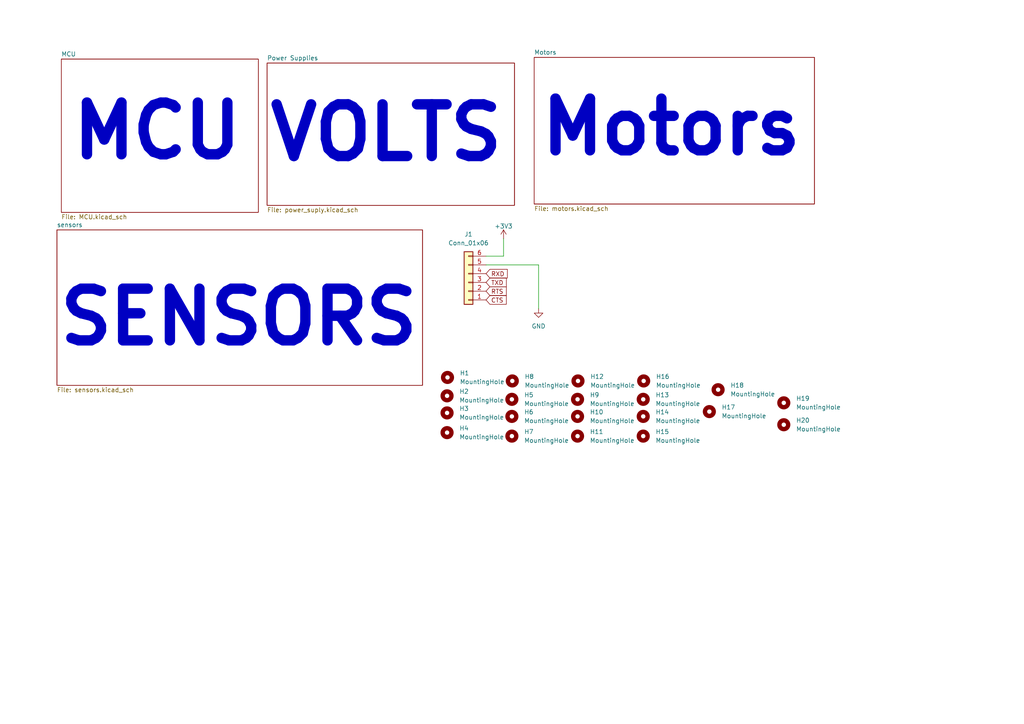
<source format=kicad_sch>
(kicad_sch (version 20231120) (generator "eeschema") (generator_version "8.0")
  (paper "A4")
  (lib_symbols
    (symbol "Connector_Generic:Conn_01x06" (pin_names (offset 1.016) hide)
      (property "Reference" "J" (at 0 7.62 0))
      (property "Value" "Conn_01x06" (at 0 -10.16 0))
      (symbol "Conn_01x06_1_1"
        (rectangle (start -1.27 -7.493) (end 0 -7.747) (stroke (width 0.1524)))
        (rectangle (start -1.27 -4.953) (end 0 -5.207) (stroke (width 0.1524)))
        (rectangle (start -1.27 -2.413) (end 0 -2.667) (stroke (width 0.1524)))
        (rectangle (start -1.27 0.127) (end 0 -0.127) (stroke (width 0.1524)))
        (rectangle (start -1.27 2.667) (end 0 2.413) (stroke (width 0.1524)))
        (rectangle (start -1.27 5.207) (end 0 4.953) (stroke (width 0.1524)))
        (rectangle (start -1.27 6.35) (end 1.27 -8.89) (stroke (width 0.254)) (fill (type background)))
        (pin passive line (at -5.08 5.08 0) (length 3.81) (name "Pin_1") (number "1"))
        (pin passive line (at -5.08 2.54 0) (length 3.81) (name "Pin_2") (number "2"))
        (pin passive line (at -5.08 0 0) (length 3.81) (name "Pin_3") (number "3"))
        (pin passive line (at -5.08 -2.54 0) (length 3.81) (name "Pin_4") (number "4"))
        (pin passive line (at -5.08 -5.08 0) (length 3.81) (name "Pin_5") (number "5"))
        (pin passive line (at -5.08 -7.62 0) (length 3.81) (name "Pin_6") (number "6"))
      )
    )
    (symbol "Mechanical:MountingHole" (pin_names (offset 1.016))
      (property "Reference" "H" (at 0 5.08 0))
      (property "Value" "MountingHole" (at 0 3.175 0))
      (symbol "MountingHole_0_1"
        (circle (center 0 0) (radius 1.27) (stroke (width 1.27)))
      )
    )
    (symbol "power:+3.3V" (power) (pin_names (offset 0))
      (property "Value" "+3.3V" (at 0 3.556 0))
      (symbol "+3.3V_0_1"
        (polyline (pts (xy -0.762 1.27) (xy 0 2.54)))
        (polyline (pts (xy 0 0) (xy 0 2.54)))
        (polyline (pts (xy 0 2.54) (xy 0.762 1.27)))
      )
      (symbol "+3.3V_1_1"
        (pin power_in line (at 0 0 90) (length 0) hide (name "+3V3") (number "1"))
      )
    )
    (symbol "power:GND" (power) (pin_names (offset 0))
      (property "Value" "GND" (at 0 -3.81 0))
      (symbol "GND_0_1"
        (polyline (pts (xy 0 0) (xy 0 -1.27) (xy 1.27 -1.27) (xy 0 -2.54) (xy -1.27 -1.27) (xy 0 -1.27)))
      )
      (symbol "GND_1_1"
        (pin power_in line (at 0 0 270) (length 0) hide (name "GND") (number "1"))
      )
    )
  )
  (wire (pts (xy 140.97 76.835) (xy 156.21 76.835)))
  (wire (pts (xy 146.05 74.295) (xy 146.05 69.215)))
  (wire (pts (xy 156.21 76.835) (xy 156.21 89.535)))
  (wire (pts (xy 140.97 74.295) (xy 146.05 74.295)))
  (text "Motors" (at 155.575 45.847 0) (effects (font (size 15 15) (thickness 3) (bold yes)) (justify left bottom)))
  (text "VOLTS\n" (at 76.835 47.498 0) (effects (font (size 15 15) (thickness 3) (bold yes)) (justify left bottom)))
  (text "SENSORS" (at 15.875 100.965 0) (effects (font (size 15 15) (thickness 3) (bold yes)) (justify left bottom)))
  (text "MCU" (at 19.685 46.99 0) (effects (font (size 15 15) (thickness 3) (bold yes)) (justify left bottom)))
  (global_label "RXD" (shape input) (at 140.97 79.375 0) (property "Intersheetrefs" "${INTERSHEET_REFS}" (effects (hide yes))))
  (global_label "CTS" (shape input) (at 140.97 86.995 0) (property "Intersheetrefs" "${INTERSHEET_REFS}" (effects (hide yes))))
  (global_label "TXD" (shape input) (at 140.97 81.915 0) (property "Intersheetrefs" "${INTERSHEET_REFS}" (effects (hide yes))))
  (global_label "RTS" (shape input) (at 140.97 84.455 0) (property "Intersheetrefs" "${INTERSHEET_REFS}" (effects (hide yes))))
  (symbol (lib_id "Mechanical:MountingHole") (at 148.463 115.824 0) (unit 1)
    (property "Reference" "H5" (at 152.019 114.554 0) (effects (justify left)))
    (property "Value" "MountingHole" (at 152.019 117.094 0) (effects (justify left)))
    (property "Footprint" "MountingHole:MountingHole_2.7mm_M2.5_DIN965_Pad" (effects (hide yes)))
  )
  (symbol (lib_id "Mechanical:MountingHole") (at 129.667 119.761 0) (unit 1)
    (property "Reference" "H3" (at 133.223 118.491 0) (effects (justify left)))
    (property "Value" "MountingHole" (at 133.223 121.031 0) (effects (justify left)))
    (property "Footprint" "MountingHole:MountingHole_2.7mm_M2.5_DIN965_Pad" (effects (hide yes)))
  )
  (symbol (lib_id "Mechanical:MountingHole") (at 129.667 125.476 0) (unit 1)
    (property "Reference" "H4" (at 133.223 124.206 0) (effects (justify left)))
    (property "Value" "MountingHole" (at 133.223 126.746 0) (effects (justify left)))
    (property "Footprint" "MountingHole:MountingHole_2.7mm_M2.5_DIN965_Pad" (effects (hide yes)))
  )
  (symbol (lib_id "Mechanical:MountingHole") (at 148.59 110.49 0) (unit 1)
    (property "Reference" "H8" (at 152.146 109.22 0) (effects (justify left)))
    (property "Value" "MountingHole" (at 152.146 111.76 0) (effects (justify left)))
    (property "Footprint" "MountingHole:MountingHole_2.7mm_M2.5_DIN965_Pad" (effects (hide yes)))
  )
  (symbol (lib_id "Mechanical:MountingHole") (at 167.513 115.824 0) (unit 1)
    (property "Reference" "H9" (at 171.069 114.554 0) (effects (justify left)))
    (property "Value" "MountingHole" (at 171.069 117.094 0) (effects (justify left)))
    (property "Footprint" "MountingHole:MountingHole_2.7mm_M2.5_DIN965_Pad" (effects (hide yes)))
  )
  (symbol (lib_id "Mechanical:MountingHole") (at 186.563 120.777 0) (unit 1)
    (property "Reference" "H14" (at 190.119 119.507 0) (effects (justify left)))
    (property "Value" "MountingHole" (at 190.119 122.047 0) (effects (justify left)))
    (property "Footprint" "MountingHole:MountingHole_2.7mm_M2.5_DIN965_Pad" (effects (hide yes)))
  )
  (symbol (lib_id "Mechanical:MountingHole") (at 227.33 123.19 0) (unit 1)
    (property "Reference" "H20" (at 230.886 121.92 0) (effects (justify left)))
    (property "Value" "MountingHole" (at 230.886 124.46 0) (effects (justify left)))
    (property "Footprint" "MountingHole:MountingHole_2.7mm_M2.5_DIN965_Pad" (effects (hide yes)))
  )
  (symbol (lib_id "Mechanical:MountingHole") (at 148.463 126.492 0) (unit 1)
    (property "Reference" "H7" (at 152.019 125.222 0) (effects (justify left)))
    (property "Value" "MountingHole" (at 152.019 127.762 0) (effects (justify left)))
    (property "Footprint" "MountingHole:MountingHole_2.7mm_M2.5_DIN965_Pad" (effects (hide yes)))
  )
  (symbol (lib_id "power:GND") (at 156.21 89.535 0) (unit 1)
    (property "Reference" "#PWR013" (effects (hide yes)))
    (property "Value" "GND" (at 156.21 94.615 0))
  )
  (symbol (lib_id "Connector_Generic:Conn_01x06") (at 135.89 81.915 180) (unit 1)
    (property "Reference" "J1" (at 135.89 67.945 0))
    (property "Value" "Conn_01x06" (at 135.89 70.485 0))
    (property "Footprint" "Connector_Molex:Molex_SPOX_5267-06A_1x06_P2.50mm_Vertical" (effects (hide yes)))
  )
  (symbol (lib_id "Mechanical:MountingHole") (at 148.463 120.777 0) (unit 1)
    (property "Reference" "H6" (at 152.019 119.507 0) (effects (justify left)))
    (property "Value" "MountingHole" (at 152.019 122.047 0) (effects (justify left)))
    (property "Footprint" "MountingHole:MountingHole_2.7mm_M2.5_DIN965_Pad" (effects (hide yes)))
  )
  (symbol (lib_id "Mechanical:MountingHole") (at 167.64 110.49 0) (unit 1)
    (property "Reference" "H12" (at 171.196 109.22 0) (effects (justify left)))
    (property "Value" "MountingHole" (at 171.196 111.76 0) (effects (justify left)))
    (property "Footprint" "MountingHole:MountingHole_2.7mm_M2.5_DIN965_Pad" (effects (hide yes)))
  )
  (symbol (lib_id "Mechanical:MountingHole") (at 186.69 110.49 0) (unit 1)
    (property "Reference" "H16" (at 190.246 109.22 0) (effects (justify left)))
    (property "Value" "MountingHole" (at 190.246 111.76 0) (effects (justify left)))
    (property "Footprint" "MountingHole:MountingHole_2.7mm_M2.5_DIN965_Pad" (effects (hide yes)))
  )
  (symbol (lib_id "power:+3.3V") (at 146.05 69.215 0) (unit 1)
    (property "Reference" "#PWR012" (effects (hide yes)))
    (property "Value" "+3V3" (at 146.05 65.6105 0))
  )
  (symbol (lib_id "Mechanical:MountingHole") (at 129.794 109.474 0) (unit 1)
    (property "Reference" "H1" (at 133.35 108.204 0) (effects (justify left)))
    (property "Value" "MountingHole" (at 133.35 110.744 0) (effects (justify left)))
    (property "Footprint" "MountingHole:MountingHole_2.7mm_M2.5_DIN965_Pad" (effects (hide yes)))
  )
  (symbol (lib_id "Mechanical:MountingHole") (at 167.513 126.492 0) (unit 1)
    (property "Reference" "H11" (at 171.069 125.222 0) (effects (justify left)))
    (property "Value" "MountingHole" (at 171.069 127.762 0) (effects (justify left)))
    (property "Footprint" "MountingHole:MountingHole_2.7mm_M2.5_DIN965_Pad" (effects (hide yes)))
  )
  (symbol (lib_id "Mechanical:MountingHole") (at 186.563 126.492 0) (unit 1)
    (property "Reference" "H15" (at 190.119 125.222 0) (effects (justify left)))
    (property "Value" "MountingHole" (at 190.119 127.762 0) (effects (justify left)))
    (property "Footprint" "MountingHole:MountingHole_2.7mm_M2.5_DIN965_Pad" (effects (hide yes)))
  )
  (symbol (lib_id "Mechanical:MountingHole") (at 129.667 114.808 0) (unit 1)
    (property "Reference" "H2" (at 133.223 113.538 0) (effects (justify left)))
    (property "Value" "MountingHole" (at 133.223 116.078 0) (effects (justify left)))
    (property "Footprint" "MountingHole:MountingHole_2.7mm_M2.5_DIN965_Pad" (effects (hide yes)))
  )
  (symbol (lib_id "Mechanical:MountingHole") (at 205.74 119.38 0) (unit 1)
    (property "Reference" "H17" (at 209.296 118.11 0) (effects (justify left)))
    (property "Value" "MountingHole" (at 209.296 120.65 0) (effects (justify left)))
    (property "Footprint" "MountingHole:MountingHole_2.7mm_M2.5_DIN965_Pad" (effects (hide yes)))
  )
  (symbol (lib_id "Mechanical:MountingHole") (at 227.33 116.84 0) (unit 1)
    (property "Reference" "H19" (at 230.886 115.57 0) (effects (justify left)))
    (property "Value" "MountingHole" (at 230.886 118.11 0) (effects (justify left)))
    (property "Footprint" "MountingHole:MountingHole_2.7mm_M2.5_DIN965_Pad" (effects (hide yes)))
  )
  (symbol (lib_id "Mechanical:MountingHole") (at 186.563 115.824 0) (unit 1)
    (property "Reference" "H13" (at 190.119 114.554 0) (effects (justify left)))
    (property "Value" "MountingHole" (at 190.119 117.094 0) (effects (justify left)))
    (property "Footprint" "MountingHole:MountingHole_2.7mm_M2.5_DIN965_Pad" (effects (hide yes)))
  )
  (symbol (lib_id "Mechanical:MountingHole") (at 167.513 120.777 0) (unit 1)
    (property "Reference" "H10" (at 171.069 119.507 0) (effects (justify left)))
    (property "Value" "MountingHole" (at 171.069 122.047 0) (effects (justify left)))
    (property "Footprint" "MountingHole:MountingHole_2.7mm_M2.5_DIN965_Pad" (effects (hide yes)))
  )
  (symbol (lib_id "Mechanical:MountingHole") (at 208.28 113.03 0) (unit 1)
    (property "Reference" "H18" (at 211.836 111.76 0) (effects (justify left)))
    (property "Value" "MountingHole" (at 211.836 114.3 0) (effects (justify left)))
    (property "Footprint" "MountingHole:MountingHole_2.7mm_M2.5_DIN965_Pad" (effects (hide yes)))
  )
  (sheet (at 77.47 18.288) (size 71.755 41.275) (stroke (width 0.1524))
    (property "Sheetname" "Power Supplies" (at 77.47 17.5764 0) (effects (justify left bottom)))
    (property "Sheetfile" "power_suply.kicad_sch" (at 77.47 60.1476 0) (effects (justify left top)))
  )
  (sheet (at 154.94 16.637) (size 81.28 42.545) (stroke (width 0.1524))
    (property "Sheetname" "Motors" (at 154.94 15.9254 0) (effects (justify left bottom)))
    (property "Sheetfile" "motors.kicad_sch" (at 154.94 59.7666 0) (effects (justify left top)))
  )
  (sheet (at 17.78 17.145) (size 57.15 44.45) (stroke (width 0.1524))
    (property "Sheetname" "MCU" (at 17.78 16.4334 0) (effects (justify left bottom)))
    (property "Sheetfile" "MCU.kicad_sch" (at 17.78 62.1796 0) (effects (justify left top)))
  )
  (sheet (at 16.51 66.675) (size 106.045 45.085) (stroke (width 0.1524))
    (property "Sheetname" "sensors" (at 16.51 65.9634 0) (effects (justify left bottom)))
    (property "Sheetfile" "sensors.kicad_sch" (at 16.51 112.3446 0) (effects (justify left top)))
  )
)
</source>
